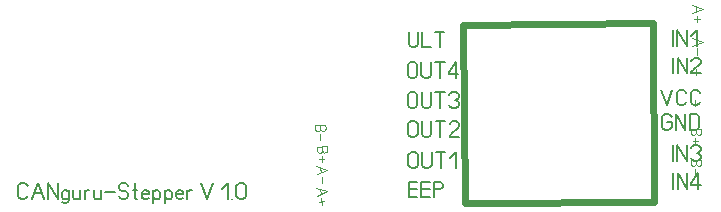
<source format=gbr>
%FSLAX34Y34*%
%MOMM*%
%LNSILK_TOP*%
G71*
G01*
%ADD10C,0.111*%
%ADD11C,0.167*%
%ADD12C,0.600*%
%LPD*%
G54D10*
X318450Y65665D02*
X327325Y66146D01*
X327506Y62817D01*
X327023Y61456D01*
X325950Y60730D01*
X324840Y60670D01*
X323695Y61276D01*
X323068Y62577D01*
X322585Y61216D01*
X321512Y60490D01*
X320402Y60430D01*
X319257Y61035D01*
X318630Y62337D01*
X318450Y65665D01*
G54D10*
X322888Y65906D02*
X323068Y62577D01*
G54D10*
X322753Y58110D02*
X323042Y52784D01*
G54D10*
X325117Y55567D02*
X320679Y55327D01*
G54D10*
X316986Y83877D02*
X325862Y84358D01*
X326042Y81029D01*
X325559Y79668D01*
X324486Y78942D01*
X323376Y78882D01*
X322231Y79487D01*
X321604Y80789D01*
X321121Y79427D01*
X320048Y78702D01*
X318938Y78641D01*
X317793Y79247D01*
X317166Y80548D01*
X316986Y83877D01*
G54D10*
X321424Y84117D02*
X321604Y80789D01*
G54D10*
X321289Y76322D02*
X321578Y70996D01*
G54D10*
X318271Y49037D02*
X327327Y46189D01*
X318632Y42380D01*
G54D10*
X321672Y47886D02*
X321888Y43892D01*
G54D10*
X322647Y40150D02*
X322936Y34824D01*
G54D10*
X318160Y30762D02*
X327216Y27915D01*
X318520Y24106D01*
G54D10*
X321561Y29611D02*
X321777Y25617D01*
G54D10*
X322536Y21875D02*
X322824Y16549D01*
G54D10*
X324899Y19333D02*
X320461Y19092D01*
G54D11*
X73750Y23870D02*
X72750Y22203D01*
X70750Y21370D01*
X68750Y21370D01*
X66750Y22203D01*
X65750Y23870D01*
X65750Y32203D01*
X66750Y33870D01*
X68750Y34703D01*
X70750Y34703D01*
X72750Y33870D01*
X73750Y32203D01*
G54D11*
X77417Y21370D02*
X82417Y34703D01*
X87417Y21370D01*
G54D11*
X79417Y26370D02*
X85417Y26370D01*
G54D11*
X91084Y21370D02*
X91084Y34703D01*
X99084Y21370D01*
X99084Y34703D01*
G54D11*
X102751Y18870D02*
X104751Y18037D01*
X106151Y18037D01*
X108151Y18870D01*
X108751Y20537D01*
X108751Y28870D01*
G54D11*
X108751Y26703D02*
X107751Y28370D01*
X105751Y28870D01*
X103751Y28370D01*
X102751Y26703D01*
X102751Y23370D01*
X103751Y21703D01*
X105751Y21370D01*
X107751Y21703D01*
X108751Y23370D01*
G54D11*
X118418Y28870D02*
X118418Y21370D01*
G54D11*
X118418Y23037D02*
X117418Y21703D01*
X115418Y21370D01*
X113418Y21703D01*
X112418Y23037D01*
X112418Y28870D01*
G54D11*
X122085Y21370D02*
X122085Y28870D01*
G54D11*
X122085Y27203D02*
X124085Y28870D01*
X126085Y28870D01*
G54D11*
X135752Y28870D02*
X135752Y21370D01*
G54D11*
X135752Y23037D02*
X134752Y21703D01*
X132752Y21370D01*
X130752Y21703D01*
X129752Y23037D01*
X129752Y28870D01*
G54D11*
X139419Y27203D02*
X147419Y27203D01*
G54D11*
X151086Y23870D02*
X152086Y22203D01*
X154086Y21370D01*
X156086Y21370D01*
X158086Y22203D01*
X159086Y23870D01*
X159086Y25537D01*
X158086Y27203D01*
X156086Y28037D01*
X154086Y28037D01*
X152086Y28870D01*
X151086Y30537D01*
X151086Y32203D01*
X152086Y33870D01*
X154086Y34703D01*
X156086Y34703D01*
X158086Y33870D01*
X159086Y32203D01*
G54D11*
X164753Y34703D02*
X164753Y22203D01*
X165753Y21370D01*
X166753Y21703D01*
G54D11*
X162753Y28870D02*
X166753Y28870D01*
G54D11*
X176420Y22203D02*
X174820Y21370D01*
X172820Y21370D01*
X170820Y22203D01*
X170420Y23870D01*
X170420Y26703D01*
X171420Y28370D01*
X173420Y28870D01*
X175420Y28370D01*
X176420Y27203D01*
X176420Y25537D01*
X170420Y25537D01*
G54D11*
X180087Y28870D02*
X180087Y18037D01*
G54D11*
X180087Y23870D02*
X181087Y21703D01*
X183087Y21370D01*
X185087Y21703D01*
X186087Y23370D01*
X186087Y26703D01*
X185087Y28370D01*
X183087Y28870D01*
X181087Y28370D01*
X180087Y26370D01*
G54D11*
X189754Y28870D02*
X189754Y18037D01*
G54D11*
X189754Y23870D02*
X190754Y21703D01*
X192754Y21370D01*
X194754Y21703D01*
X195754Y23370D01*
X195754Y26703D01*
X194754Y28370D01*
X192754Y28870D01*
X190754Y28370D01*
X189754Y26370D01*
G54D11*
X205421Y22203D02*
X203821Y21370D01*
X201821Y21370D01*
X199821Y22203D01*
X199421Y23870D01*
X199421Y26703D01*
X200421Y28370D01*
X202421Y28870D01*
X204421Y28370D01*
X205421Y27203D01*
X205421Y25537D01*
X199421Y25537D01*
G54D11*
X209088Y21370D02*
X209088Y28870D01*
G54D11*
X209088Y27203D02*
X211088Y28870D01*
X213088Y28870D01*
G54D11*
X220622Y34703D02*
X225622Y21370D01*
X230622Y34703D01*
G54D11*
X238156Y29703D02*
X243156Y34703D01*
X243156Y21370D01*
G54D11*
X246823Y21370D02*
X246823Y21370D01*
G54D11*
X258490Y32203D02*
X258490Y23870D01*
X257490Y22203D01*
X255490Y21370D01*
X253490Y21370D01*
X251490Y22203D01*
X250490Y23870D01*
X250490Y32203D01*
X251490Y33870D01*
X253490Y34703D01*
X255490Y34703D01*
X257490Y33870D01*
X258490Y32203D01*
G54D10*
X635178Y80958D02*
X644067Y80958D01*
X644067Y77624D01*
X643511Y76291D01*
X642400Y75624D01*
X641289Y75624D01*
X640178Y76291D01*
X639622Y77624D01*
X639067Y76291D01*
X637956Y75624D01*
X636845Y75624D01*
X635734Y76291D01*
X635178Y77624D01*
X635178Y80958D01*
G54D10*
X639622Y80958D02*
X639622Y77624D01*
G54D10*
X639067Y73181D02*
X639067Y67847D01*
G54D10*
X641289Y70514D02*
X636845Y70514D01*
G54D10*
X635178Y54533D02*
X644067Y54533D01*
X644067Y51200D01*
X643511Y49867D01*
X642400Y49200D01*
X641289Y49200D01*
X640178Y49867D01*
X639622Y51200D01*
X639067Y49867D01*
X637956Y49200D01*
X636844Y49200D01*
X635733Y49867D01*
X635178Y51200D01*
X635178Y54533D01*
G54D10*
X639622Y54533D02*
X639622Y51200D01*
G54D10*
X639067Y46756D02*
X639067Y41423D01*
G54D10*
X636463Y157892D02*
X645352Y154559D01*
X636463Y151226D01*
G54D10*
X639796Y156559D02*
X639796Y152559D01*
G54D10*
X640352Y148781D02*
X640352Y143448D01*
G54D10*
X636667Y185533D02*
X645556Y182200D01*
X636667Y178867D01*
G54D10*
X640000Y184200D02*
X640000Y180200D01*
G54D10*
X640556Y176422D02*
X640556Y171089D01*
G54D10*
X642778Y173756D02*
X638333Y173756D01*
G54D10*
X637000Y128889D02*
X642333Y128889D01*
G54D10*
X639667Y131111D02*
X639667Y126667D01*
G54D10*
X638889Y105000D02*
X638889Y99667D01*
G54D12*
X603121Y170007D02*
X604439Y19013D01*
X443945Y17613D01*
X442627Y168607D01*
X603121Y170007D01*
G54D11*
X396292Y163059D02*
X396292Y152225D01*
X397292Y150559D01*
X399292Y149725D01*
X401292Y149725D01*
X403292Y150559D01*
X404292Y152225D01*
X404292Y163059D01*
G54D11*
X407960Y163059D02*
X407960Y149725D01*
X414960Y149725D01*
G54D11*
X422626Y149725D02*
X422626Y163059D01*
G54D11*
X418626Y163059D02*
X426626Y163059D01*
G54D11*
X403519Y134551D02*
X403519Y126218D01*
X402519Y124551D01*
X400519Y123718D01*
X398519Y123718D01*
X396519Y124551D01*
X395519Y126218D01*
X395519Y134551D01*
X396519Y136218D01*
X398519Y137051D01*
X400519Y137051D01*
X402519Y136218D01*
X403519Y134551D01*
G54D11*
X407186Y137051D02*
X407186Y126218D01*
X408186Y124551D01*
X410186Y123718D01*
X412186Y123718D01*
X414186Y124551D01*
X415186Y126218D01*
X415186Y137051D01*
G54D11*
X422853Y123718D02*
X422853Y137051D01*
G54D11*
X418853Y137051D02*
X426853Y137051D01*
G54D11*
X436520Y123718D02*
X436520Y137051D01*
X430520Y128718D01*
X430520Y127051D01*
X438520Y127051D01*
G54D11*
X403738Y109552D02*
X403738Y101219D01*
X402738Y99552D01*
X400738Y98719D01*
X398738Y98719D01*
X396738Y99552D01*
X395738Y101219D01*
X395738Y109552D01*
X396738Y111219D01*
X398738Y112052D01*
X400738Y112052D01*
X402738Y111219D01*
X403738Y109552D01*
G54D11*
X407405Y112052D02*
X407405Y101219D01*
X408405Y99552D01*
X410405Y98719D01*
X412405Y98719D01*
X414405Y99552D01*
X415405Y101219D01*
X415405Y112052D01*
G54D11*
X423072Y98719D02*
X423072Y112052D01*
G54D11*
X419072Y112052D02*
X427072Y112052D01*
G54D11*
X430739Y109552D02*
X431739Y111219D01*
X433739Y112052D01*
X435739Y112052D01*
X437739Y111219D01*
X438739Y109552D01*
X438739Y107885D01*
X437739Y106219D01*
X435739Y105385D01*
X437739Y104552D01*
X438739Y102885D01*
X438739Y101219D01*
X437739Y99552D01*
X435739Y98719D01*
X433739Y98719D01*
X431739Y99552D01*
X430739Y101219D01*
G54D11*
X403956Y84553D02*
X403956Y76220D01*
X402956Y74553D01*
X400956Y73720D01*
X398956Y73720D01*
X396956Y74553D01*
X395956Y76220D01*
X395956Y84553D01*
X396956Y86220D01*
X398956Y87053D01*
X400956Y87053D01*
X402956Y86220D01*
X403956Y84553D01*
G54D11*
X407623Y87053D02*
X407623Y76220D01*
X408623Y74553D01*
X410623Y73720D01*
X412623Y73720D01*
X414623Y74553D01*
X415623Y76220D01*
X415623Y87053D01*
G54D11*
X423290Y73720D02*
X423290Y87053D01*
G54D11*
X419290Y87053D02*
X427290Y87053D01*
G54D11*
X438957Y73720D02*
X430957Y73720D01*
X430957Y74553D01*
X431957Y76220D01*
X437957Y81220D01*
X438957Y82886D01*
X438957Y84553D01*
X437957Y86220D01*
X435957Y87053D01*
X433957Y87053D01*
X431957Y86220D01*
X430957Y84553D01*
G54D11*
X404183Y58554D02*
X404183Y50220D01*
X403183Y48554D01*
X401183Y47720D01*
X399183Y47720D01*
X397183Y48554D01*
X396183Y50220D01*
X396183Y58554D01*
X397183Y60220D01*
X399183Y61054D01*
X401183Y61054D01*
X403183Y60220D01*
X404183Y58554D01*
G54D11*
X407850Y61054D02*
X407850Y50220D01*
X408850Y48554D01*
X410850Y47720D01*
X412850Y47720D01*
X414850Y48554D01*
X415850Y50220D01*
X415850Y61054D01*
G54D11*
X423517Y47720D02*
X423517Y61054D01*
G54D11*
X419517Y61054D02*
X427517Y61054D01*
G54D11*
X431184Y56054D02*
X436184Y61054D01*
X436184Y47720D01*
G54D11*
X403401Y22721D02*
X396401Y22721D01*
X396401Y36055D01*
X403401Y36055D01*
G54D11*
X396401Y29388D02*
X403401Y29388D01*
G54D11*
X414068Y22721D02*
X407068Y22721D01*
X407068Y36055D01*
X414068Y36055D01*
G54D11*
X407068Y29388D02*
X414068Y29388D01*
G54D11*
X417735Y22721D02*
X417735Y36055D01*
X422735Y36055D01*
X424735Y35221D01*
X425735Y33555D01*
X425735Y31888D01*
X424735Y30221D01*
X422735Y29388D01*
X417735Y29388D01*
G54D11*
X620288Y150720D02*
X620288Y164054D01*
G54D11*
X623955Y150720D02*
X623955Y164054D01*
X631955Y150720D01*
X631955Y164054D01*
G54D11*
X635622Y159054D02*
X640622Y164054D01*
X640622Y150720D01*
G54D11*
X620489Y127721D02*
X620489Y141054D01*
G54D11*
X624156Y127721D02*
X624156Y141054D01*
X632156Y127721D01*
X632156Y141054D01*
G54D11*
X643823Y127721D02*
X635823Y127721D01*
X635823Y128554D01*
X636823Y130221D01*
X642823Y135221D01*
X643823Y136888D01*
X643823Y138554D01*
X642823Y140221D01*
X640823Y141054D01*
X638823Y141054D01*
X636823Y140221D01*
X635823Y138554D01*
G54D11*
X620178Y53715D02*
X620178Y67049D01*
G54D11*
X623845Y53715D02*
X623845Y67049D01*
X631845Y53715D01*
X631845Y67049D01*
G54D11*
X635512Y64549D02*
X636512Y66215D01*
X638512Y67049D01*
X640512Y67049D01*
X642512Y66215D01*
X643512Y64549D01*
X643512Y62882D01*
X642512Y61215D01*
X640512Y60382D01*
X642512Y59549D01*
X643512Y57882D01*
X643512Y56215D01*
X642512Y54549D01*
X640512Y53715D01*
X638512Y53715D01*
X636512Y54549D01*
X635512Y56215D01*
G54D11*
X620388Y29716D02*
X620388Y43050D01*
G54D11*
X624055Y29716D02*
X624055Y43050D01*
X632055Y29716D01*
X632055Y43050D01*
G54D11*
X641722Y29716D02*
X641722Y43050D01*
X635722Y34716D01*
X635722Y33050D01*
X643722Y33050D01*
G54D11*
X609725Y113959D02*
X614725Y100626D01*
X619725Y113959D01*
G54D11*
X631392Y103126D02*
X630392Y101459D01*
X628392Y100626D01*
X626392Y100626D01*
X624392Y101459D01*
X623392Y103126D01*
X623392Y111459D01*
X624392Y113126D01*
X626392Y113959D01*
X628392Y113959D01*
X630392Y113126D01*
X631392Y111459D01*
G54D11*
X643059Y103126D02*
X642059Y101459D01*
X640059Y100626D01*
X638059Y100626D01*
X636059Y101459D01*
X635059Y103126D01*
X635059Y111459D01*
X636059Y113126D01*
X638059Y113959D01*
X640059Y113959D01*
X642059Y113126D01*
X643059Y111459D01*
G54D11*
X614952Y86302D02*
X618952Y86302D01*
X618952Y82136D01*
X617952Y80469D01*
X615952Y79636D01*
X613952Y79636D01*
X611952Y80469D01*
X610952Y82136D01*
X610952Y90469D01*
X611952Y92136D01*
X613952Y92969D01*
X615952Y92969D01*
X617952Y92136D01*
X618952Y90469D01*
G54D11*
X622619Y79636D02*
X622619Y92969D01*
X630619Y79636D01*
X630619Y92969D01*
G54D11*
X634286Y79636D02*
X634286Y92969D01*
X639286Y92969D01*
X641286Y92136D01*
X642286Y90469D01*
X642286Y82136D01*
X641286Y80469D01*
X639286Y79636D01*
X634286Y79636D01*
M02*

</source>
